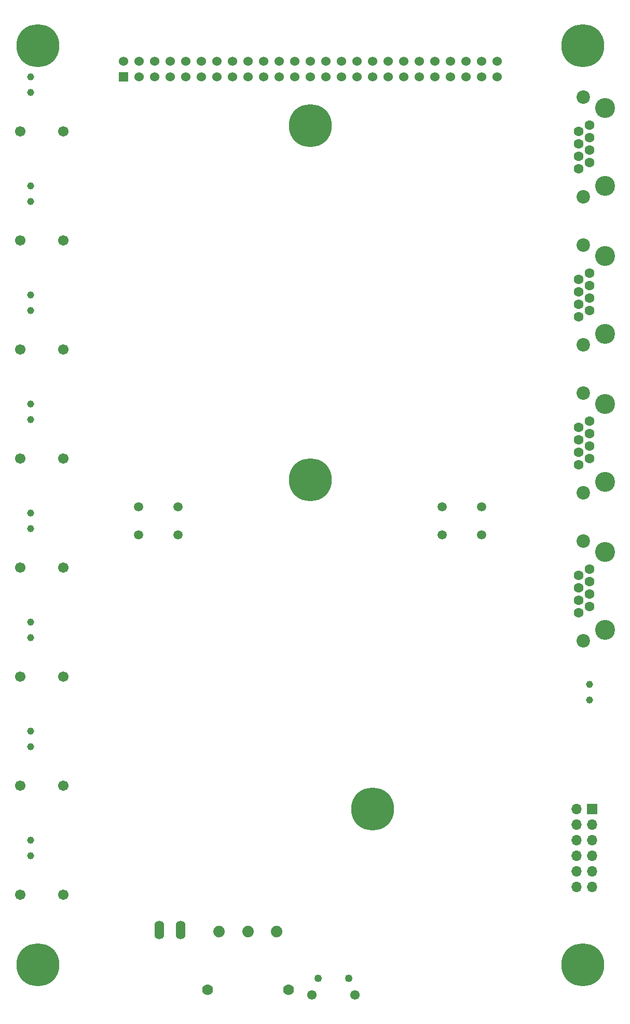
<source format=gbs>
G04 #@! TF.FileFunction,Soldermask,Bot*
%FSLAX46Y46*%
G04 Gerber Fmt 4.6, Leading zero omitted, Abs format (unit mm)*
G04 Created by KiCad (PCBNEW 4.0.5) date 04/11/17 14:29:58*
%MOMM*%
%LPD*%
G01*
G04 APERTURE LIST*
%ADD10C,0.150000*%
%ADD11C,1.778000*%
%ADD12C,1.879600*%
%ADD13C,1.701800*%
%ADD14C,1.550000*%
%ADD15C,1.250000*%
%ADD16O,1.574800X3.048000*%
%ADD17O,1.600200X3.048000*%
%ADD18C,1.500000*%
%ADD19C,7.000000*%
%ADD20C,1.168400*%
%ADD21C,7.000240*%
%ADD22R,1.524000X1.524000*%
%ADD23C,1.524000*%
%ADD24R,1.700000X1.700000*%
%ADD25O,1.700000X1.700000*%
%ADD26C,2.200000*%
%ADD27C,3.250000*%
%ADD28C,1.600000*%
G04 APERTURE END LIST*
D10*
D11*
X72644000Y-185674000D03*
X59436000Y-185674000D03*
D12*
X66040000Y-176149000D03*
X70739000Y-176149000D03*
X61341000Y-176149000D03*
D13*
X35915600Y-45720000D03*
X28905200Y-45720000D03*
X35915600Y-63500000D03*
X28905200Y-63500000D03*
X35915600Y-81280000D03*
X28905200Y-81280000D03*
X35915600Y-99060000D03*
X28905200Y-99060000D03*
X35915600Y-116840000D03*
X28905200Y-116840000D03*
X35915600Y-134620000D03*
X28905200Y-134620000D03*
X35915600Y-152400000D03*
X28905200Y-152400000D03*
X35915600Y-170180000D03*
X28905200Y-170180000D03*
D14*
X76510000Y-186510000D03*
D15*
X82510000Y-183835000D03*
X77510000Y-183835000D03*
D14*
X83510000Y-186510000D03*
D16*
X55090000Y-175895000D03*
D17*
X51590000Y-175895000D03*
D18*
X54685000Y-106970000D03*
X54685000Y-111470000D03*
X48185000Y-111470000D03*
X48185000Y-106970000D03*
X104215000Y-106970000D03*
X104215000Y-111470000D03*
X97715000Y-111470000D03*
X97715000Y-106970000D03*
D19*
X31750000Y-31750000D03*
X120650000Y-31750000D03*
X31750000Y-181610000D03*
D20*
X30640000Y-39350000D03*
X30640000Y-36850000D03*
X30640000Y-57130000D03*
X30640000Y-54630000D03*
X30640000Y-74910000D03*
X30640000Y-72410000D03*
X30640000Y-92690000D03*
X30640000Y-90190000D03*
X30640000Y-110470000D03*
X30640000Y-107970000D03*
X30640000Y-128250000D03*
X30640000Y-125750000D03*
X30640000Y-146030000D03*
X30640000Y-143530000D03*
X30640000Y-163810000D03*
X30640000Y-161310000D03*
D19*
X120650000Y-181610000D03*
D21*
X76200000Y-44760000D03*
X76200000Y-102560000D03*
D20*
X121760000Y-135910000D03*
X121760000Y-138410000D03*
D22*
X45720000Y-36830000D03*
D23*
X45720000Y-34290000D03*
X48260000Y-36830000D03*
X48260000Y-34290000D03*
X50800000Y-36830000D03*
X50800000Y-34290000D03*
X53340000Y-36830000D03*
X53340000Y-34290000D03*
X55880000Y-36830000D03*
X55880000Y-34290000D03*
X58420000Y-36830000D03*
X58420000Y-34290000D03*
X60960000Y-36830000D03*
X60960000Y-34290000D03*
X63500000Y-36830000D03*
X63500000Y-34290000D03*
X66040000Y-36830000D03*
X66040000Y-34290000D03*
X68580000Y-36830000D03*
X68580000Y-34290000D03*
X71120000Y-36830000D03*
X71120000Y-34290000D03*
X73660000Y-36830000D03*
X73660000Y-34290000D03*
X76200000Y-36830000D03*
X76200000Y-34290000D03*
X78740000Y-36830000D03*
X78740000Y-34290000D03*
X81280000Y-36830000D03*
X81280000Y-34290000D03*
X83820000Y-36830000D03*
X83820000Y-34290000D03*
X86360000Y-36830000D03*
X86360000Y-34290000D03*
X88900000Y-36830000D03*
X88900000Y-34290000D03*
X91440000Y-36830000D03*
X91440000Y-34290000D03*
X93980000Y-36830000D03*
X93980000Y-34290000D03*
X96520000Y-36830000D03*
X96520000Y-34290000D03*
X99060000Y-36830000D03*
X99060000Y-34290000D03*
X101600000Y-36830000D03*
X101600000Y-34290000D03*
X104140000Y-36830000D03*
X104140000Y-34290000D03*
X106680000Y-36830000D03*
X106680000Y-34290000D03*
D24*
X122174000Y-156210000D03*
D25*
X119634000Y-156210000D03*
X122174000Y-158750000D03*
X119634000Y-158750000D03*
X122174000Y-161290000D03*
X119634000Y-161290000D03*
X122174000Y-163830000D03*
X119634000Y-163830000D03*
X122174000Y-166370000D03*
X119634000Y-166370000D03*
X122174000Y-168910000D03*
X119634000Y-168910000D03*
D19*
X86360000Y-156210000D03*
D26*
X120780000Y-56390000D03*
X120780000Y-40130000D03*
D27*
X124340000Y-54610000D03*
X124340000Y-41910000D03*
D28*
X121800000Y-48760000D03*
X121800000Y-46730000D03*
X120020000Y-49790000D03*
X120020000Y-47760000D03*
X120020000Y-51820000D03*
X121800000Y-50790000D03*
X120020000Y-45730000D03*
X121800000Y-44700000D03*
D26*
X120780000Y-80520000D03*
X120780000Y-64260000D03*
D27*
X124340000Y-78740000D03*
X124340000Y-66040000D03*
D28*
X121800000Y-72890000D03*
X121800000Y-70860000D03*
X120020000Y-73920000D03*
X120020000Y-71890000D03*
X120020000Y-75950000D03*
X121800000Y-74920000D03*
X120020000Y-69860000D03*
X121800000Y-68830000D03*
D26*
X120780000Y-104650000D03*
X120780000Y-88390000D03*
D27*
X124340000Y-102870000D03*
X124340000Y-90170000D03*
D28*
X121800000Y-97020000D03*
X121800000Y-94990000D03*
X120020000Y-98050000D03*
X120020000Y-96020000D03*
X120020000Y-100080000D03*
X121800000Y-99050000D03*
X120020000Y-93990000D03*
X121800000Y-92960000D03*
D26*
X120780000Y-128780000D03*
X120780000Y-112520000D03*
D27*
X124340000Y-127000000D03*
X124340000Y-114300000D03*
D28*
X121800000Y-121150000D03*
X121800000Y-119120000D03*
X120020000Y-122180000D03*
X120020000Y-120150000D03*
X120020000Y-124210000D03*
X121800000Y-123180000D03*
X120020000Y-118120000D03*
X121800000Y-117090000D03*
M02*

</source>
